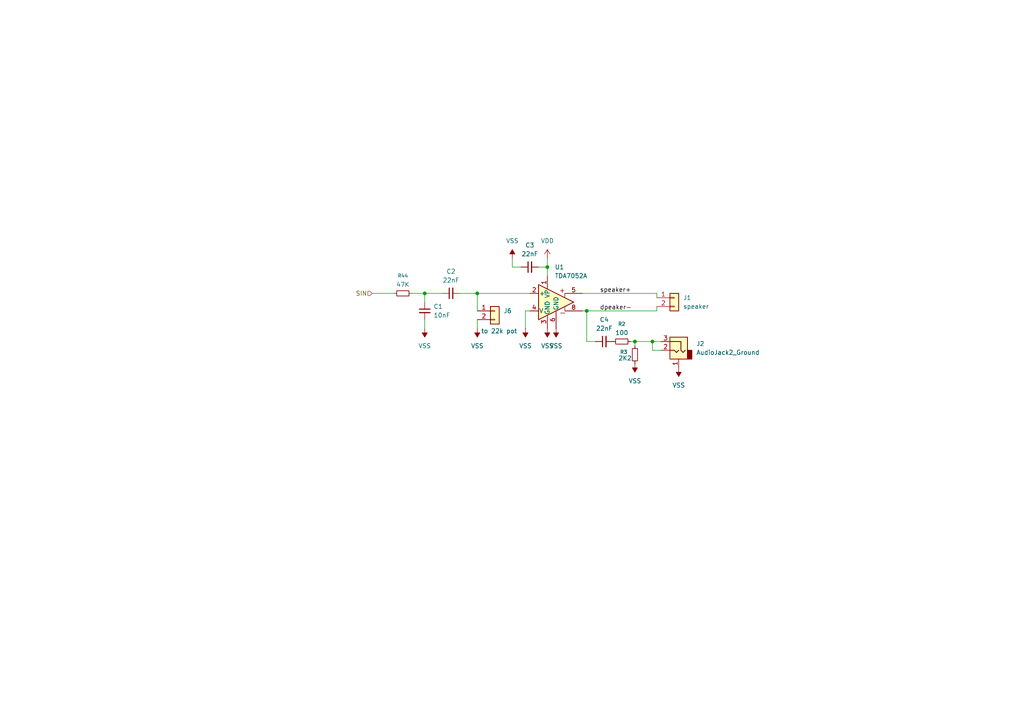
<source format=kicad_sch>
(kicad_sch (version 20250114) (generator "eeschema") (generator_version "9.0")
  (paper "A4")
  (lib_symbols
    (symbol "Amplifier_Audio:TDA7052A" (pin_names (offset 0.127))
      (property "Reference" "U" (at 5.08 7.62 0))
      (property "Value" "TDA7052A" (at 5.08 5.08 0))
      (symbol "TDA7052A_0_1"
        (polyline (pts (xy 1.27 -3.175) (xy 2.54 -3.175)))
        (polyline (pts (xy 2.54 2.54) (xy 2.54 1.27)))
        (polyline (pts (xy 2.54 -1.27) (xy 2.54 -2.54)))
        (polyline (pts (xy 5.08 0) (xy -5.08 5.08) (xy -5.08 -5.08) (xy 5.08 0)) (stroke (width 0.254)) (fill (type background)))
      )
      (symbol "TDA7052A_1_1"
        (polyline (pts (xy 1.778 3.81) (xy 1.778 2.794)))
        (polyline (pts (xy 2.286 3.302) (xy 1.27 3.302)))
        (pin input line (at -7.62 2.54 0) (length 2.54) (name "+") (number "2"))
        (pin input line (at -7.62 -2.54 0) (length 2.54) (name "V") (number "4"))
        (pin power_in line (at -2.54 7.62 270) (length 3.81) (name "VP") (number "1"))
        (pin power_in line (at -2.54 -7.62 90) (length 3.81) (name "GND") (number "3"))
        (pin no_connect line (at 0 2.54 270) (length 2.54) (hide yes) (name "NC") (number "7"))
        (pin power_in line (at 0 -7.62 90) (length 5.08) (name "GND") (number "6"))
        (pin output line (at 7.62 2.54 180) (length 5.08) (name "~") (number "5"))
        (pin output line (at 7.62 -2.54 180) (length 5.08) (name "~") (number "8"))
      )
    )
    (symbol "Connector_Audio:AudioJack2_Ground"
      (property "Reference" "J2" (at -5.08 1.9051 0))
      (property "Value" "AudioJack2_Ground" (at -5.08 -0.6349 0))
      (symbol "AudioJack2_Ground_0_1"
        (rectangle (start -2.54 -2.54) (end -3.81 0) (stroke (width 0.254)) (fill (type outline)))
        (polyline (pts (xy 0 0) (xy 0.635 -0.635) (xy 1.27 0) (xy 2.54 0)) (stroke (width 0.254)))
        (rectangle (start 2.54 3.81) (end -2.54 -2.54) (stroke (width 0.254)) (fill (type background)))
        (polyline (pts (xy 2.54 2.54) (xy -0.635 2.54) (xy -0.635 0) (xy -1.27 -0.635) (xy -1.905 0)) (stroke (width 0.254)))
      )
      (symbol "AudioJack2_Ground_1_1"
        (pin passive line (at 0 -5.08 90) (length 2.54) (name "~") (number "1"))
        (pin passive line (at 5.08 2.54 180) (length 2.54) (name "~") (number "3"))
        (pin passive line (at 5.08 0 180) (length 2.54) (name "~") (number "2"))
      )
    )
    (symbol "Connector_Generic:Conn_01x02" (pin_names (offset 1.016) (hide yes))
      (property "Reference" "J" (at 0 2.54 0))
      (property "Value" "Conn_01x02" (at 0 -5.08 0))
      (symbol "Conn_01x02_1_1"
        (rectangle (start -1.27 1.27) (end 1.27 -3.81) (stroke (width 0.254)) (fill (type background)))
        (rectangle (start -1.27 0.127) (end 0 -0.127) (stroke (width 0.1524)))
        (rectangle (start -1.27 -2.413) (end 0 -2.667) (stroke (width 0.1524)))
        (pin passive line (at -5.08 0 0) (length 3.81) (name "Pin_1") (number "1"))
        (pin passive line (at -5.08 -2.54 0) (length 3.81) (name "Pin_2") (number "2"))
      )
    )
    (symbol "Device:C_Small" (pin_numbers (hide yes)) (pin_names (offset 0.254) (hide yes))
      (property "Reference" "C" (at 0.254 1.778 0))
      (property "Value" "C_Small" (at 0.254 -2.032 0))
      (symbol "C_Small_0_1"
        (polyline (pts (xy -1.524 0.508) (xy 1.524 0.508)) (stroke (width 0.3048)))
        (polyline (pts (xy -1.524 -0.508) (xy 1.524 -0.508)) (stroke (width 0.3302)))
      )
      (symbol "C_Small_1_1"
        (pin passive line (at 0 2.54 270) (length 2.032) (name "~") (number "1"))
        (pin passive line (at 0 -2.54 90) (length 2.032) (name "~") (number "2"))
      )
    )
    (symbol "Device:R_Small" (pin_numbers (hide yes)) (pin_names (offset 0.254) (hide yes))
      (property "Reference" "R" (at 0 0 90))
      (property "Value" "R_Small" (at 1.778 0 90))
      (symbol "R_Small_0_1"
        (rectangle (start -0.762 1.778) (end 0.762 -1.778) (stroke (width 0.2032)))
      )
      (symbol "R_Small_1_1"
        (pin passive line (at 0 2.54 270) (length 0.762) (name "~") (number "1"))
        (pin passive line (at 0 -2.54 90) (length 0.762) (name "~") (number "2"))
      )
    )
    (symbol "power:+5V" (power) (pin_numbers (hide yes)) (pin_names (offset 0) (hide yes))
      (property "Value" "+5V" (at 0 3.556 0))
      (symbol "+5V_0_1"
        (polyline (pts (xy -0.762 1.27) (xy 0 2.54)))
        (polyline (pts (xy 0 2.54) (xy 0.762 1.27)))
        (polyline (pts (xy 0 0) (xy 0 2.54)))
      )
      (symbol "+5V_1_1"
        (pin power_in line (at 0 0 90) (length 0) (name "~") (number "1"))
      )
    )
    (symbol "power:VSS" (power) (pin_numbers (hide yes)) (pin_names (offset 0) (hide yes))
      (property "Value" "VSS" (at 0 3.556 0))
      (symbol "VSS_0_1"
        (polyline (pts (xy 0 0) (xy 0 2.54)))
        (polyline (pts (xy 0.762 1.27) (xy -0.762 1.27) (xy 0 2.54) (xy 0.762 1.27)) (fill (type outline)))
      )
      (symbol "VSS_1_1"
        (pin power_in line (at 0 0 90) (length 0) (name "~") (number "1"))
      )
    )
  )
  (junction (at 170.18 90.17))
  (junction (at 123.19 85.09))
  (junction (at 158.75 77.47))
  (junction (at 138.43 85.09))
  (junction (at 189.23 99.06))
  (junction (at 184.15 99.06))
  (wire (pts (xy 152.4 90.17) (xy 153.67 90.17)))
  (wire (pts (xy 123.19 85.09) (xy 128.27 85.09)))
  (wire (pts (xy 107.95 85.09) (xy 114.3 85.09)))
  (wire (pts (xy 148.59 74.93) (xy 148.59 77.47)))
  (wire (pts (xy 191.77 101.6) (xy 189.23 101.6)))
  (wire (pts (xy 190.5 88.9) (xy 190.5 90.17)))
  (wire (pts (xy 158.75 77.47) (xy 158.75 74.93)))
  (wire (pts (xy 190.5 90.17) (xy 170.18 90.17)))
  (wire (pts (xy 182.88 99.06) (xy 184.15 99.06)))
  (wire (pts (xy 123.19 92.71) (xy 123.19 95.25)))
  (wire (pts (xy 189.23 101.6) (xy 189.23 99.06)))
  (wire (pts (xy 138.43 85.09) (xy 138.43 90.17)))
  (wire (pts (xy 133.35 85.09) (xy 138.43 85.09)))
  (wire (pts (xy 138.43 92.71) (xy 138.43 95.25)))
  (wire (pts (xy 119.38 85.09) (xy 123.19 85.09)))
  (wire (pts (xy 184.15 99.06) (xy 189.23 99.06)))
  (wire (pts (xy 172.72 99.06) (xy 170.18 99.06)))
  (wire (pts (xy 170.18 99.06) (xy 170.18 90.17)))
  (wire (pts (xy 123.19 87.63) (xy 123.19 85.09)))
  (wire (pts (xy 190.5 85.09) (xy 190.5 86.36)))
  (wire (pts (xy 189.23 99.06) (xy 191.77 99.06)))
  (wire (pts (xy 156.21 77.47) (xy 158.75 77.47)))
  (wire (pts (xy 184.15 99.06) (xy 184.15 100.33)))
  (wire (pts (xy 138.43 85.09) (xy 153.67 85.09)))
  (wire (pts (xy 170.18 90.17) (xy 168.91 90.17)))
  (wire (pts (xy 168.91 85.09) (xy 190.5 85.09)))
  (wire (pts (xy 158.75 77.47) (xy 158.75 80.01)))
  (wire (pts (xy 152.4 95.25) (xy 152.4 90.17)))
  (wire (pts (xy 148.59 77.47) (xy 151.13 77.47)))
  (label "dpeaker-" (at 173.99 90.17 0))
  (label "speaker+" (at 173.99 85.09 0))
  (hierarchical_label "SIN" (shape input) (at 107.95 85.09 180))
  (symbol (lib_id "power:VSS") (at 161.29 95.25 180) (unit 1)
    (property "Reference" "#PWR0166" (effects (hide yes)))
    (property "Value" "VSS" (at 161.29 100.33 0))
    (property "Description" "Power symbol creates a global label with name \"VSS\"" (effects (hide yes)))
    (instances (project "audio" (path "" (reference "#PWR078") (unit 1))) (project "" (path "" (reference "#PWR0166") (unit 1))))
  )
  (symbol (lib_id "power:VSS") (at 148.59 74.93 0) (unit 1)
    (property "Reference" "#PWR0169" (effects (hide yes)))
    (property "Value" "VSS" (at 148.59 69.85 0))
    (property "Description" "Power symbol creates a global label with name \"VSS\"" (effects (hide yes)))
    (instances (project "audio" (path "" (reference "#PWR075") (unit 1))) (project "" (path "" (reference "#PWR0169") (unit 1))))
  )
  (symbol (lib_id "Device:C_Small") (at 175.26 99.06 90) (unit 1)
    (property "Reference" "C52" (at 175.2663 92.71 90))
    (property "Value" "22nF" (at 175.2663 95.25 90))
    (property "Footprint" "Capacitor_SMD:C_0805_2012Metric" (effects (hide yes)))
    (property "Description" "Unpolarized capacitor, small symbol" (effects (hide yes)))
    (instances (project "audio" (path "" (reference "C4") (unit 1))) (project "" (path "" (reference "C52") (unit 1))))
  )
  (symbol (lib_id "power:VSS") (at 184.15 105.41 180) (unit 1)
    (property "Reference" "#PWR0172" (effects (hide yes)))
    (property "Value" "VSS" (at 184.15 110.49 0))
    (property "Description" "Power symbol creates a global label with name \"VSS\"" (effects (hide yes)))
    (instances (project "audio" (path "" (reference "#PWR08") (unit 1))) (project "" (path "" (reference "#PWR0172") (unit 1))))
  )
  (symbol (lib_id "Device:R_Small") (at 180.34 99.06 90) (unit 1)
    (property "Reference" "R42" (at 180.34 93.98 90) (effects (font (size 1.016 1.016))))
    (property "Value" "100" (at 180.34 96.52 90))
    (property "Footprint" "Resistor_SMD:R_0805_2012Metric" (effects (hide yes)))
    (property "Description" "Resistor, small symbol" (effects (hide yes)))
    (instances (project "audio" (path "" (reference "R2") (unit 1))) (project "" (path "" (reference "R42") (unit 1))))
  )
  (symbol (lib_id "Device:R_Small") (at 184.15 102.87 180) (unit 1)
    (property "Reference" "R43" (at 179.832 102.108 0) (effects (font (size 1.016 1.016)) (justify right)))
    (property "Value" "2K2" (at 179.324 103.886 0) (effects (justify right)))
    (property "Footprint" "Resistor_SMD:R_0805_2012Metric" (effects (hide yes)))
    (property "Description" "Resistor, small symbol" (effects (hide yes)))
    (instances (project "audio" (path "" (reference "R3") (unit 1))) (project "" (path "" (reference "R43") (unit 1))))
  )
  (symbol (lib_id "power:+5V") (at 158.75 74.93 0) (unit 1)
    (property "Reference" "#PWR0170" (effects (hide yes)))
    (property "Value" "VDD" (at 158.75 69.85 0))
    (property "Description" "Power symbol creates a global label with name \"+5V\"" (effects (hide yes)))
    (instances (project "audio" (path "" (reference "#PWR074") (unit 1))) (project "" (path "" (reference "#PWR0170") (unit 1))))
  )
  (symbol (lib_id "Connector_Audio:AudioJack2_Ground") (at 196.85 101.6 0) (mirror y) (unit 1)
    (property "Reference" "J2" (at 201.93 99.6949 0) (effects (justify right)))
    (property "Value" "AudioJack2_Ground" (at 201.93 102.2349 0) (effects (justify right)))
    (property "Footprint" "user_connector:2.5MM AUDIO JACK" (effects (hide yes)))
    (property "Description" "Audio Jack, 2 Poles (Mono / TS), Grounded Sleeve" (effects (hide yes)))
  )
  (symbol (lib_id "Device:C_Small") (at 123.19 90.17 0) (unit 1)
    (property "Reference" "C49" (at 125.73 88.9062 0) (effects (justify left)))
    (property "Value" "10nF" (at 125.73 91.4462 0) (effects (justify left)))
    (property "Footprint" "Capacitor_SMD:C_0805_2012Metric" (effects (hide yes)))
    (property "Description" "Unpolarized capacitor, small symbol" (effects (hide yes)))
    (instances (project "audio" (path "" (reference "C1") (unit 1))) (project "" (path "" (reference "C49") (unit 1))))
  )
  (symbol (lib_id "Amplifier_Audio:TDA7052A") (at 161.29 87.63 0) (unit 1)
    (property "Reference" "U11" (at 160.8933 77.47 0) (effects (justify left)))
    (property "Value" "TDA7052A" (at 160.8933 80.01 0) (effects (justify left)))
    (property "Footprint" "Package_DIP:DIP-8_W7.62mm" (effects (hide yes)))
    (instances (project "audio" (path "" (reference "U1") (unit 1))) (project "" (path "" (reference "U11") (unit 1))))
  )
  (symbol (lib_id "power:VSS") (at 158.75 95.25 180) (unit 1)
    (property "Reference" "#PWR0165" (effects (hide yes)))
    (property "Value" "VSS" (at 158.75 100.33 0))
    (property "Description" "Power symbol creates a global label with name \"VSS\"" (effects (hide yes)))
    (instances (project "audio" (path "" (reference "#PWR077") (unit 1))) (project "" (path "" (reference "#PWR0165") (unit 1))))
  )
  (symbol (lib_id "power:VSS") (at 138.43 95.25 180) (unit 1)
    (property "Reference" "#PWR0168" (effects (hide yes)))
    (property "Value" "VSS" (at 138.43 100.33 0))
    (property "Description" "Power symbol creates a global label with name \"VSS\"" (effects (hide yes)))
    (instances (project "audio" (path "" (reference "#PWR073") (unit 1))) (project "" (path "" (reference "#PWR0168") (unit 1))))
  )
  (symbol (lib_id "Device:C_Small") (at 130.81 85.09 90) (unit 1)
    (property "Reference" "C50" (at 130.8163 78.74 90))
    (property "Value" "22nF" (at 130.8163 81.28 90))
    (property "Footprint" "Capacitor_SMD:C_0805_2012Metric" (effects (hide yes)))
    (property "Description" "Unpolarized capacitor, small symbol" (effects (hide yes)))
    (instances (project "audio" (path "" (reference "C2") (unit 1))) (project "" (path "" (reference "C50") (unit 1))))
  )
  (symbol (lib_id "Device:C_Small") (at 153.67 77.47 90) (unit 1)
    (property "Reference" "C51" (at 153.6763 71.12 90))
    (property "Value" "22nF" (at 153.6763 73.66 90))
    (property "Footprint" "Capacitor_SMD:C_0805_2012Metric" (effects (hide yes)))
    (property "Description" "Unpolarized capacitor, small symbol" (effects (hide yes)))
    (instances (project "audio" (path "" (reference "C3") (unit 1))) (project "" (path "" (reference "C51") (unit 1))))
  )
  (symbol (lib_id "Connector_Generic:Conn_01x02") (at 195.58 86.36 0) (unit 1)
    (property "Reference" "J1" (at 198.12 86.3599 0) (effects (justify left)))
    (property "Value" "speaker" (at 198.12 88.8999 0) (effects (justify left)))
    (property "Footprint" "Connector_PinHeader_2.54mm:PinHeader_1x02_P2.54mm_Vertical" (effects (hide yes)))
    (property "Description" "Generic connector, single row, 01x02, script generated (kicad-library-utils/schlib/autogen/connector/)" (effects (hide yes)))
  )
  (symbol (lib_id "Connector_Generic:Conn_01x02") (at 143.51 90.17 0) (unit 1)
    (property "Reference" "J9" (at 146.05 90.1699 0) (effects (justify left)))
    (property "Value" "to 22k pot" (at 144.78 96.012 0))
    (property "Footprint" "Connector_PinHeader_2.54mm:PinHeader_1x02_P2.54mm_Vertical" (effects (hide yes)))
    (property "Description" "Generic connector, single row, 01x02, script generated (kicad-library-utils/schlib/autogen/connector/)" (effects (hide yes)))
    (instances (project "" (path "" (reference "J6") (unit 1))) (project "" (path "" (reference "J9") (unit 1))))
  )
  (symbol (lib_id "Device:R_Small") (at 116.84 85.09 90) (unit 1)
    (property "Reference" "R44" (at 116.84 80.01 90) (effects (font (size 1.016 1.016))))
    (property "Value" "47K" (at 116.84 82.55 90))
    (property "Footprint" "Resistor_SMD:R_0805_2012Metric" (effects (hide yes)))
    (property "Description" "Resistor, small symbol" (effects (hide yes)))
  )
  (symbol (lib_id "power:VSS") (at 123.19 95.25 180) (unit 1)
    (property "Reference" "#PWR0171" (effects (hide yes)))
    (property "Value" "VSS" (at 123.19 100.33 0))
    (property "Description" "Power symbol creates a global label with name \"VSS\"" (effects (hide yes)))
    (instances (project "audio" (path "" (reference "#PWR072") (unit 1))) (project "" (path "" (reference "#PWR0171") (unit 1))))
  )
  (symbol (lib_id "power:VSS") (at 152.4 95.25 180) (unit 1)
    (property "Reference" "#PWR0167" (effects (hide yes)))
    (property "Value" "VSS" (at 152.4 100.33 0))
    (property "Description" "Power symbol creates a global label with name \"VSS\"" (effects (hide yes)))
    (instances (project "audio" (path "" (reference "#PWR076") (unit 1))) (project "" (path "" (reference "#PWR0167") (unit 1))))
  )
  (symbol (lib_id "power:VSS") (at 196.85 106.68 180) (unit 1)
    (property "Reference" "#PWR0173" (effects (hide yes)))
    (property "Value" "VSS" (at 196.85 111.76 0))
    (property "Description" "Power symbol creates a global label with name \"VSS\"" (effects (hide yes)))
    (instances (project "audio" (path "" (reference "#PWR07") (unit 1))) (project "" (path "" (reference "#PWR0173") (unit 1))))
  )
)
</source>
